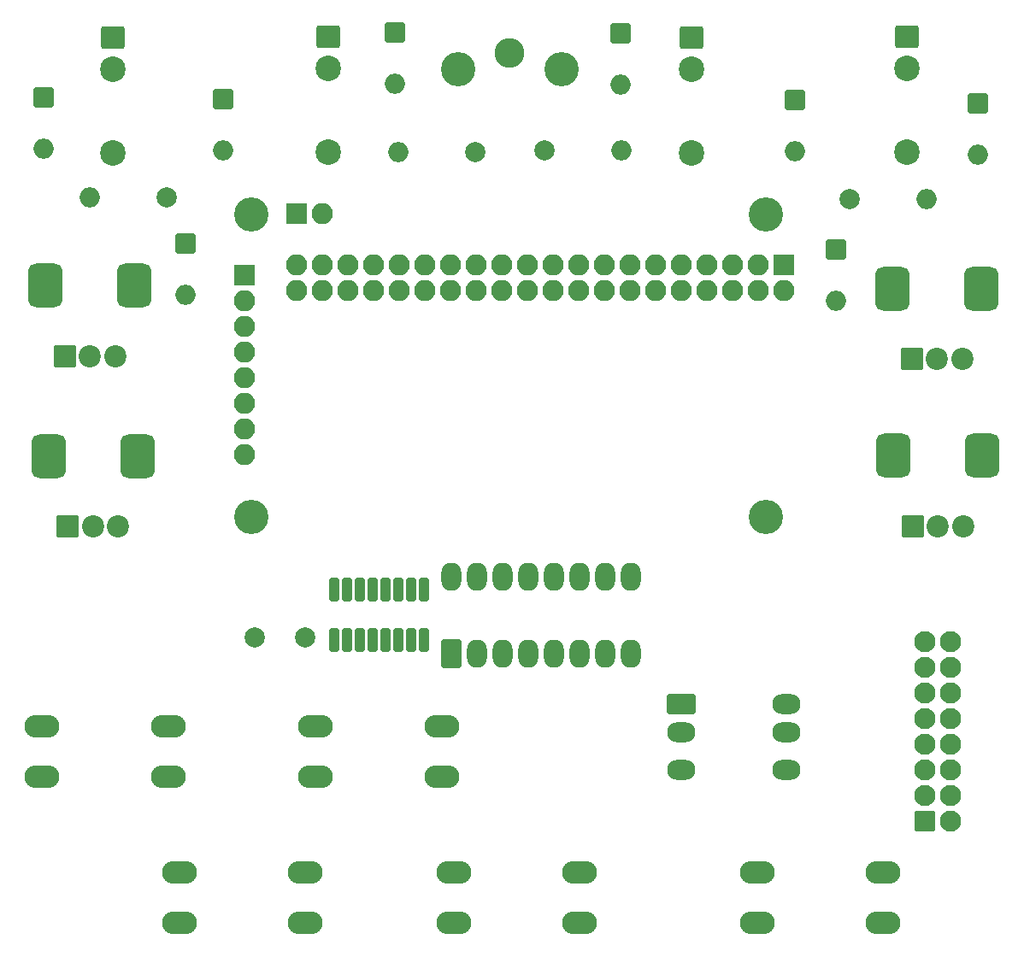
<source format=gts>
G04 #@! TF.GenerationSoftware,KiCad,Pcbnew,8.0.5*
G04 #@! TF.CreationDate,2025-04-09T15:30:52+10:00*
G04 #@! TF.ProjectId,recurBOY,72656375-7242-44f5-992e-6b696361645f,v1_1_0*
G04 #@! TF.SameCoordinates,Original*
G04 #@! TF.FileFunction,Soldermask,Top*
G04 #@! TF.FilePolarity,Negative*
%FSLAX46Y46*%
G04 Gerber Fmt 4.6, Leading zero omitted, Abs format (unit mm)*
G04 Created by KiCad (PCBNEW 8.0.5) date 2025-04-09 15:30:52*
%MOMM*%
%LPD*%
G01*
G04 APERTURE LIST*
G04 Aperture macros list*
%AMRoundRect*
0 Rectangle with rounded corners*
0 $1 Rounding radius*
0 $2 $3 $4 $5 $6 $7 $8 $9 X,Y pos of 4 corners*
0 Add a 4 corners polygon primitive as box body*
4,1,4,$2,$3,$4,$5,$6,$7,$8,$9,$2,$3,0*
0 Add four circle primitives for the rounded corners*
1,1,$1+$1,$2,$3*
1,1,$1+$1,$4,$5*
1,1,$1+$1,$6,$7*
1,1,$1+$1,$8,$9*
0 Add four rect primitives between the rounded corners*
20,1,$1+$1,$2,$3,$4,$5,0*
20,1,$1+$1,$4,$5,$6,$7,0*
20,1,$1+$1,$6,$7,$8,$9,0*
20,1,$1+$1,$8,$9,$2,$3,0*%
G04 Aperture macros list end*
%ADD10C,2.530000*%
%ADD11RoundRect,0.200000X0.965000X0.915000X-0.965000X0.915000X-0.965000X-0.915000X0.965000X-0.915000X0*%
%ADD12O,2.100000X2.100000*%
%ADD13RoundRect,0.200000X-0.850000X-0.850000X0.850000X-0.850000X0.850000X0.850000X-0.850000X0.850000X0*%
%ADD14C,3.400000*%
%ADD15RoundRect,0.200000X0.850000X-0.850000X0.850000X0.850000X-0.850000X0.850000X-0.850000X-0.850000X0*%
%ADD16RoundRect,0.200000X-0.850000X0.850000X-0.850000X-0.850000X0.850000X-0.850000X0.850000X0.850000X0*%
%ADD17RoundRect,0.200000X-1.200000X-0.800000X1.200000X-0.800000X1.200000X0.800000X-1.200000X0.800000X0*%
%ADD18O,2.800000X2.000000*%
%ADD19O,2.000000X2.000000*%
%ADD20C,2.000000*%
%ADD21C,2.200000*%
%ADD22RoundRect,0.200000X0.900000X-0.900000X0.900000X0.900000X-0.900000X0.900000X-0.900000X-0.900000X0*%
%ADD23RoundRect,0.850000X0.850000X-1.350000X0.850000X1.350000X-0.850000X1.350000X-0.850000X-1.350000X0*%
%ADD24RoundRect,0.200000X0.800000X-1.200000X0.800000X1.200000X-0.800000X1.200000X-0.800000X-1.200000X0*%
%ADD25RoundRect,0.250000X-0.250000X0.925000X-0.250000X-0.925000X0.250000X-0.925000X0.250000X0.925000X0*%
%ADD26O,2.000000X2.800000*%
%ADD27C,2.950000*%
%ADD28O,3.448000X2.250000*%
%ADD29C,2.100000*%
%ADD30RoundRect,0.308824X-0.741176X-0.741176X0.741176X-0.741176X0.741176X0.741176X-0.741176X0.741176X0*%
%ADD31RoundRect,0.200000X-0.800000X0.800000X-0.800000X-0.800000X0.800000X-0.800000X0.800000X0.800000X0*%
G04 APERTURE END LIST*
D10*
X115600000Y-41100000D03*
X115600000Y-49400000D03*
D11*
X115600000Y-38000000D03*
D10*
X136900000Y-41000000D03*
X136900000Y-49300000D03*
D11*
X136900000Y-37900000D03*
D10*
X172900000Y-41100000D03*
X172900000Y-49400000D03*
D11*
X172900000Y-38000000D03*
D10*
X194200000Y-41000000D03*
X194200000Y-49300000D03*
D11*
X194200000Y-37900000D03*
D12*
X128600000Y-79280000D03*
X128600000Y-76740000D03*
X128600000Y-74200000D03*
X128600000Y-71660000D03*
X128600000Y-69120000D03*
X128600000Y-66580000D03*
X128600000Y-64040000D03*
D13*
X128600000Y-61500000D03*
D14*
X180300000Y-85500000D03*
X180300000Y-55500000D03*
X129300000Y-85500000D03*
X129300000Y-55500000D03*
D12*
X136340000Y-55400000D03*
D15*
X133800000Y-55400000D03*
D12*
X133740000Y-63040000D03*
X133740000Y-60500000D03*
X136280000Y-63040000D03*
X136280000Y-60500000D03*
X138820000Y-63040000D03*
X138820000Y-60500000D03*
X141360000Y-63040000D03*
X141360000Y-60500000D03*
X143900000Y-63040000D03*
X143900000Y-60500000D03*
X146440000Y-63040000D03*
X146440000Y-60500000D03*
X148980000Y-63040000D03*
X148980000Y-60500000D03*
X151520000Y-63040000D03*
X151520000Y-60500000D03*
X154060000Y-63040000D03*
X154060000Y-60500000D03*
X156600000Y-63040000D03*
X156600000Y-60500000D03*
X159140000Y-63040000D03*
X159140000Y-60500000D03*
X161680000Y-63040000D03*
X161680000Y-60500000D03*
X164220000Y-63040000D03*
X164220000Y-60500000D03*
X166760000Y-63040000D03*
X166760000Y-60500000D03*
X169300000Y-63040000D03*
X169300000Y-60500000D03*
X171840000Y-63040000D03*
X171840000Y-60500000D03*
X174380000Y-63040000D03*
X174380000Y-60500000D03*
X176920000Y-63040000D03*
X176920000Y-60500000D03*
X179460000Y-63040000D03*
X179460000Y-60500000D03*
X182000000Y-63040000D03*
D16*
X182000000Y-60500000D03*
D17*
X171900000Y-104050000D03*
D18*
X171900000Y-106850000D03*
X171900000Y-110550000D03*
X182270000Y-104050000D03*
X182300000Y-106850000D03*
X182300000Y-110550000D03*
D19*
X113280000Y-53800000D03*
D20*
X120900000Y-53800000D03*
D19*
X143830000Y-49300000D03*
D20*
X151450000Y-49300000D03*
D19*
X165970000Y-49200000D03*
D20*
X158350000Y-49200000D03*
D19*
X196220000Y-54000000D03*
D20*
X188600000Y-54000000D03*
D21*
X115800000Y-69550000D03*
X113300000Y-69550000D03*
D22*
X110800000Y-69550000D03*
D23*
X117700000Y-62550000D03*
X108900000Y-62550000D03*
D21*
X116100000Y-86450000D03*
X113600000Y-86450000D03*
D22*
X111100000Y-86450000D03*
D23*
X118000000Y-79450000D03*
X109200000Y-79450000D03*
D21*
X199700000Y-69850000D03*
X197200000Y-69850000D03*
D22*
X194700000Y-69850000D03*
D23*
X201600000Y-62850000D03*
X192800000Y-62850000D03*
D21*
X199800000Y-86400000D03*
X197300000Y-86400000D03*
D22*
X194800000Y-86400000D03*
D23*
X201700000Y-79400000D03*
X192900000Y-79400000D03*
D24*
X149081250Y-99000000D03*
D25*
X146363750Y-92687500D03*
D26*
X151621250Y-99000000D03*
D25*
X145093750Y-92687500D03*
D26*
X154161250Y-99000000D03*
D25*
X143823750Y-92687500D03*
D26*
X156701250Y-99000000D03*
D25*
X142553750Y-92687500D03*
D26*
X159241250Y-99000000D03*
D25*
X141283750Y-92687500D03*
D26*
X161781250Y-99000000D03*
D25*
X140013750Y-92687500D03*
D26*
X164321250Y-99000000D03*
D25*
X138743750Y-92687500D03*
D26*
X166861250Y-99000000D03*
D25*
X137473750Y-92687500D03*
X137473750Y-97637500D03*
D26*
X166861250Y-91380000D03*
D25*
X138743750Y-97637500D03*
D26*
X164321250Y-91380000D03*
D25*
X140013750Y-97637500D03*
D26*
X161781250Y-91380000D03*
D25*
X141283750Y-97637500D03*
D26*
X159241250Y-91380000D03*
D25*
X142553750Y-97637500D03*
D26*
X156701250Y-91380000D03*
D25*
X143823750Y-97637500D03*
D26*
X154161250Y-91380000D03*
D25*
X145093750Y-97637500D03*
D26*
X151621250Y-91380000D03*
D25*
X146363750Y-97637500D03*
D26*
X149081250Y-91380000D03*
D14*
X160050000Y-41100000D03*
X149750000Y-41100000D03*
D27*
X154900000Y-39500000D03*
D28*
X191900000Y-125700000D03*
X179400000Y-125700000D03*
X191900000Y-120700000D03*
X179400000Y-120700000D03*
X121040000Y-111200000D03*
X108540000Y-111200000D03*
X121040000Y-106200000D03*
X108540000Y-106200000D03*
X134640000Y-125700000D03*
X122140000Y-125700000D03*
X134640000Y-120700000D03*
X122140000Y-120700000D03*
X148140000Y-111200000D03*
X135640000Y-111200000D03*
X148140000Y-106200000D03*
X135640000Y-106200000D03*
X161840000Y-125700000D03*
X149340000Y-125700000D03*
X161840000Y-120700000D03*
X149340000Y-120700000D03*
D29*
X198540000Y-97800000D03*
X196000000Y-97800000D03*
X198540000Y-100340000D03*
X196000000Y-100340000D03*
X198540000Y-102880000D03*
X196000000Y-102880000D03*
X198540000Y-105420000D03*
X196000000Y-105420000D03*
X198540000Y-107960000D03*
X196000000Y-107960000D03*
X198540000Y-110500000D03*
X196000000Y-110500000D03*
X198540000Y-113040000D03*
X196000000Y-113040000D03*
X198540000Y-115580000D03*
D30*
X196000000Y-115580000D03*
D19*
X187200000Y-64030000D03*
D31*
X187200000Y-58950000D03*
D19*
X201300000Y-49580000D03*
D31*
X201300000Y-44500000D03*
D19*
X183150000Y-49280000D03*
D31*
X183150000Y-44200000D03*
D19*
X165900000Y-42680000D03*
D31*
X165900000Y-37600000D03*
D19*
X126500000Y-49130000D03*
D31*
X126500000Y-44050000D03*
D19*
X143500000Y-42580000D03*
D31*
X143500000Y-37500000D03*
D19*
X122800000Y-63430000D03*
D31*
X122800000Y-58350000D03*
D19*
X108700000Y-48980000D03*
D31*
X108700000Y-43900000D03*
D20*
X129600000Y-97400000D03*
X134600000Y-97400000D03*
M02*

</source>
